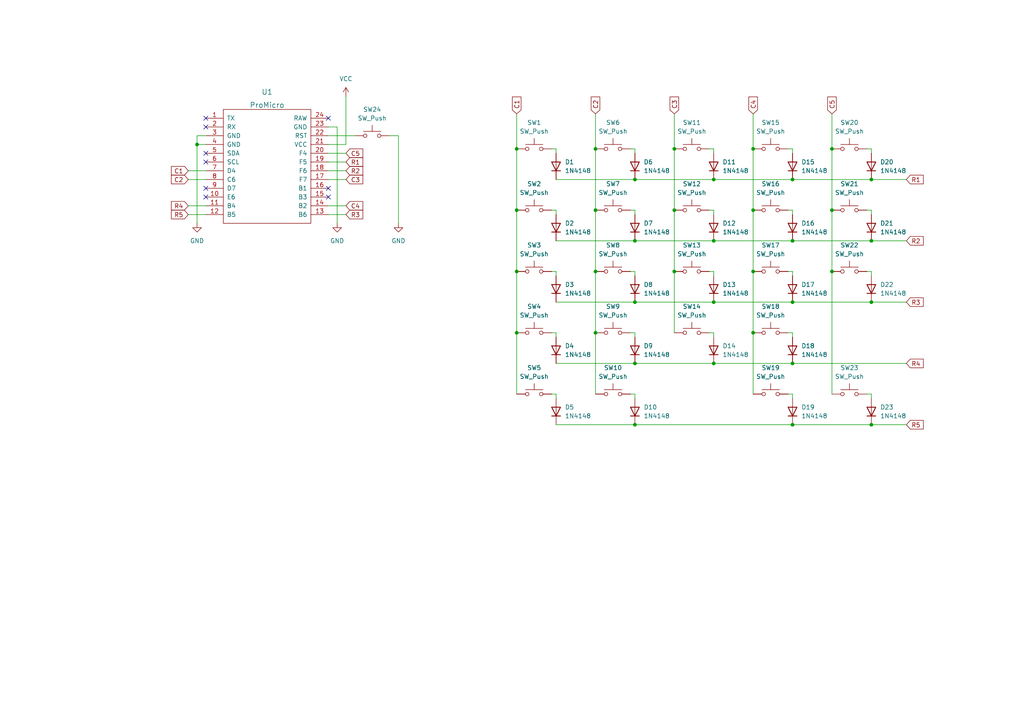
<source format=kicad_sch>
(kicad_sch (version 20211123) (generator eeschema)
  (paper "A4")
  (lib_symbols
    (symbol "Diode:1N4148" (pin_numbers hide) (pin_names (offset 1.016) hide)
      (property "Reference" "D" (at 0 2.54 0))
      (property "Value" "1N4148" (at 0 -2.54 0))
      (symbol "1N4148_0_1"
        (polyline (pts (xy -1.27 1.27) (xy -1.27 -1.27)) (stroke (width 0.254)))
        (polyline (pts (xy 1.27 0) (xy -1.27 0)))
        (polyline (pts (xy 1.27 1.27) (xy 1.27 -1.27) (xy -1.27 0) (xy 1.27 1.27)) (stroke (width 0.254)))
      )
      (symbol "1N4148_1_1"
        (pin passive line (at -3.81 0 0) (length 2.54) (name "K") (number "1"))
        (pin passive line (at 3.81 0 180) (length 2.54) (name "A") (number "2"))
      )
    )
    (symbol "Switch:SW_Push" (pin_numbers hide) (pin_names (offset 1.016) hide)
      (property "Reference" "SW" (at 1.27 2.54 0))
      (property "Value" "SW_Push" (at 0 -1.524 0))
      (symbol "SW_Push_0_1"
        (circle (center -2.032 0) (radius 0.508))
        (polyline (pts (xy 0 1.27) (xy 0 3.048)))
        (polyline (pts (xy 2.54 1.27) (xy -2.54 1.27)))
        (circle (center 2.032 0) (radius 0.508))
        (pin passive line (at -5.08 0 0) (length 2.54) (name "1") (number "1"))
        (pin passive line (at 5.08 0 180) (length 2.54) (name "2") (number "2"))
      )
    )
    (symbol "power:GND" (power) (pin_names (offset 0))
      (property "Value" "GND" (at 0 -3.81 0))
      (symbol "GND_0_1"
        (polyline (pts (xy 0 0) (xy 0 -1.27) (xy 1.27 -1.27) (xy 0 -2.54) (xy -1.27 -1.27) (xy 0 -1.27)))
      )
      (symbol "GND_1_1"
        (pin power_in line (at 0 0 270) (length 0) hide (name "GND") (number "1"))
      )
    )
    (symbol "power:VCC" (power) (pin_names (offset 0))
      (property "Value" "VCC" (at 0 3.81 0))
      (symbol "VCC_0_1"
        (polyline (pts (xy -0.762 1.27) (xy 0 2.54)))
        (polyline (pts (xy 0 0) (xy 0 2.54)))
        (polyline (pts (xy 0 2.54) (xy 0.762 1.27)))
      )
      (symbol "VCC_1_1"
        (pin power_in line (at 0 0 90) (length 0) hide (name "VCC") (number "1"))
      )
    )
    (symbol "promicro:ProMicro" (pin_names (offset 1.016))
      (property "Reference" "U" (at 0 24.13 0))
      (property "Value" "ProMicro" (at 0 -13.97 0))
      (symbol "ProMicro_0_1"
        (rectangle (start -12.7 21.59) (end 12.7 -11.43))
      )
      (symbol "ProMicro_1_1"
        (pin bidirectional line (at -17.78 19.05 0) (length 5.08) (name "TX") (number "1"))
        (pin bidirectional line (at -17.78 -3.81 0) (length 5.08) (name "E6") (number "10"))
        (pin bidirectional line (at -17.78 -6.35 0) (length 5.08) (name "B4") (number "11"))
        (pin bidirectional line (at -17.78 -8.89 0) (length 5.08) (name "B5") (number "12"))
        (pin bidirectional line (at 17.78 -8.89 180) (length 5.08) (name "B6") (number "13"))
        (pin bidirectional line (at 17.78 -6.35 180) (length 5.08) (name "B2") (number "14"))
        (pin bidirectional line (at 17.78 -3.81 180) (length 5.08) (name "B3") (number "15"))
        (pin bidirectional line (at 17.78 -1.27 180) (length 5.08) (name "B1") (number "16"))
        (pin bidirectional line (at 17.78 1.27 180) (length 5.08) (name "F7") (number "17"))
        (pin bidirectional line (at 17.78 3.81 180) (length 5.08) (name "F6") (number "18"))
        (pin bidirectional line (at 17.78 6.35 180) (length 5.08) (name "F5") (number "19"))
        (pin bidirectional line (at -17.78 16.51 0) (length 5.08) (name "RX") (number "2"))
        (pin bidirectional line (at 17.78 8.89 180) (length 5.08) (name "F4") (number "20"))
        (pin power_in line (at 17.78 11.43 180) (length 5.08) (name "VCC") (number "21"))
        (pin input line (at 17.78 13.97 180) (length 5.08) (name "RST") (number "22"))
        (pin power_in line (at 17.78 16.51 180) (length 5.08) (name "GND") (number "23"))
        (pin power_out line (at 17.78 19.05 180) (length 5.08) (name "RAW") (number "24"))
        (pin power_in line (at -17.78 13.97 0) (length 5.08) (name "GND") (number "3"))
        (pin power_in line (at -17.78 11.43 0) (length 5.08) (name "GND") (number "4"))
        (pin bidirectional line (at -17.78 8.89 0) (length 5.08) (name "SDA") (number "5"))
        (pin bidirectional line (at -17.78 6.35 0) (length 5.08) (name "SCL") (number "6"))
        (pin bidirectional line (at -17.78 3.81 0) (length 5.08) (name "D4") (number "7"))
        (pin bidirectional line (at -17.78 1.27 0) (length 5.08) (name "C6") (number "8"))
        (pin bidirectional line (at -17.78 -1.27 0) (length 5.08) (name "D7") (number "9"))
      )
    )
  )
  (junction (at 184.15 87.63))
  (junction (at 149.86 60.96))
  (junction (at 229.87 69.85))
  (junction (at 252.73 52.07))
  (junction (at 184.15 105.41))
  (junction (at 229.87 52.07))
  (junction (at 195.58 43.18))
  (junction (at 207.01 69.85))
  (junction (at 184.15 69.85))
  (junction (at 57.15 41.91))
  (junction (at 241.3 60.96))
  (junction (at 172.72 43.18))
  (junction (at 218.44 43.18))
  (junction (at 149.86 43.18))
  (junction (at 252.73 69.85))
  (junction (at 241.3 43.18))
  (junction (at 172.72 78.74))
  (junction (at 184.15 123.19))
  (junction (at 218.44 96.52))
  (junction (at 229.87 105.41))
  (junction (at 207.01 52.07))
  (junction (at 252.73 123.19))
  (junction (at 252.73 87.63))
  (junction (at 207.01 87.63))
  (junction (at 218.44 60.96))
  (junction (at 207.01 105.41))
  (junction (at 229.87 123.19))
  (junction (at 195.58 78.74))
  (junction (at 172.72 60.96))
  (junction (at 184.15 52.07))
  (junction (at 172.72 96.52))
  (junction (at 241.3 78.74))
  (junction (at 218.44 78.74))
  (junction (at 229.87 87.63))
  (junction (at 195.58 60.96))
  (junction (at 149.86 78.74))
  (junction (at 149.86 96.52))
  (no_connect (at 95.25 57.15))
  (no_connect (at 95.25 54.61))
  (no_connect (at 59.69 54.61))
  (no_connect (at 59.69 57.15))
  (no_connect (at 95.25 34.29))
  (no_connect (at 59.69 34.29))
  (no_connect (at 59.69 36.83))
  (no_connect (at 59.69 44.45))
  (no_connect (at 59.69 46.99))
  (wire (pts (xy 172.72 60.96) (xy 172.72 78.74)))
  (wire (pts (xy 95.25 59.69) (xy 100.33 59.69)))
  (wire (pts (xy 95.25 46.99) (xy 100.33 46.99)))
  (wire (pts (xy 195.58 33.02) (xy 195.58 43.18)))
  (wire (pts (xy 161.29 105.41) (xy 184.15 105.41)))
  (wire (pts (xy 182.88 96.52) (xy 184.15 96.52)))
  (wire (pts (xy 228.6 60.96) (xy 229.87 60.96)))
  (wire (pts (xy 218.44 60.96) (xy 218.44 78.74)))
  (wire (pts (xy 241.3 43.18) (xy 241.3 60.96)))
  (wire (pts (xy 161.29 123.19) (xy 184.15 123.19)))
  (wire (pts (xy 184.15 96.52) (xy 184.15 97.79)))
  (wire (pts (xy 252.73 114.3) (xy 252.73 115.57)))
  (wire (pts (xy 184.15 123.19) (xy 229.87 123.19)))
  (wire (pts (xy 229.87 69.85) (xy 252.73 69.85)))
  (wire (pts (xy 252.73 69.85) (xy 262.89 69.85)))
  (wire (pts (xy 182.88 43.18) (xy 184.15 43.18)))
  (wire (pts (xy 182.88 78.74) (xy 184.15 78.74)))
  (wire (pts (xy 207.01 69.85) (xy 229.87 69.85)))
  (wire (pts (xy 207.01 43.18) (xy 207.01 44.45)))
  (wire (pts (xy 205.74 43.18) (xy 207.01 43.18)))
  (wire (pts (xy 161.29 60.96) (xy 161.29 62.23)))
  (wire (pts (xy 251.46 114.3) (xy 252.73 114.3)))
  (wire (pts (xy 161.29 78.74) (xy 161.29 80.01)))
  (wire (pts (xy 251.46 43.18) (xy 252.73 43.18)))
  (wire (pts (xy 241.3 60.96) (xy 241.3 78.74)))
  (wire (pts (xy 149.86 43.18) (xy 149.86 60.96)))
  (wire (pts (xy 207.01 52.07) (xy 229.87 52.07)))
  (wire (pts (xy 172.72 78.74) (xy 172.72 96.52)))
  (wire (pts (xy 195.58 43.18) (xy 195.58 60.96)))
  (wire (pts (xy 241.3 78.74) (xy 241.3 114.3)))
  (wire (pts (xy 229.87 105.41) (xy 262.89 105.41)))
  (wire (pts (xy 229.87 78.74) (xy 229.87 80.01)))
  (wire (pts (xy 57.15 41.91) (xy 59.69 41.91)))
  (wire (pts (xy 195.58 60.96) (xy 195.58 78.74)))
  (wire (pts (xy 252.73 52.07) (xy 262.89 52.07)))
  (wire (pts (xy 251.46 60.96) (xy 252.73 60.96)))
  (wire (pts (xy 218.44 78.74) (xy 218.44 96.52)))
  (wire (pts (xy 54.61 49.53) (xy 59.69 49.53)))
  (wire (pts (xy 172.72 96.52) (xy 172.72 114.3)))
  (wire (pts (xy 228.6 43.18) (xy 229.87 43.18)))
  (wire (pts (xy 59.69 39.37) (xy 57.15 39.37)))
  (wire (pts (xy 54.61 52.07) (xy 59.69 52.07)))
  (wire (pts (xy 184.15 60.96) (xy 184.15 62.23)))
  (wire (pts (xy 252.73 43.18) (xy 252.73 44.45)))
  (wire (pts (xy 184.15 43.18) (xy 184.15 44.45)))
  (wire (pts (xy 251.46 78.74) (xy 252.73 78.74)))
  (wire (pts (xy 218.44 96.52) (xy 218.44 114.3)))
  (wire (pts (xy 228.6 114.3) (xy 229.87 114.3)))
  (wire (pts (xy 205.74 96.52) (xy 207.01 96.52)))
  (wire (pts (xy 184.15 87.63) (xy 207.01 87.63)))
  (wire (pts (xy 149.86 60.96) (xy 149.86 78.74)))
  (wire (pts (xy 95.25 44.45) (xy 100.33 44.45)))
  (wire (pts (xy 161.29 114.3) (xy 161.29 115.57)))
  (wire (pts (xy 229.87 114.3) (xy 229.87 115.57)))
  (wire (pts (xy 184.15 105.41) (xy 207.01 105.41)))
  (wire (pts (xy 95.25 36.83) (xy 97.79 36.83)))
  (wire (pts (xy 229.87 43.18) (xy 229.87 44.45)))
  (wire (pts (xy 229.87 60.96) (xy 229.87 62.23)))
  (wire (pts (xy 182.88 114.3) (xy 184.15 114.3)))
  (wire (pts (xy 252.73 60.96) (xy 252.73 62.23)))
  (wire (pts (xy 195.58 78.74) (xy 195.58 96.52)))
  (wire (pts (xy 161.29 69.85) (xy 184.15 69.85)))
  (wire (pts (xy 97.79 36.83) (xy 97.79 64.77)))
  (wire (pts (xy 207.01 96.52) (xy 207.01 97.79)))
  (wire (pts (xy 160.02 60.96) (xy 161.29 60.96)))
  (wire (pts (xy 228.6 78.74) (xy 229.87 78.74)))
  (wire (pts (xy 115.57 64.77) (xy 115.57 39.37)))
  (wire (pts (xy 54.61 62.23) (xy 59.69 62.23)))
  (wire (pts (xy 95.25 41.91) (xy 100.33 41.91)))
  (wire (pts (xy 184.15 52.07) (xy 207.01 52.07)))
  (wire (pts (xy 172.72 43.18) (xy 172.72 60.96)))
  (wire (pts (xy 252.73 78.74) (xy 252.73 80.01)))
  (wire (pts (xy 184.15 114.3) (xy 184.15 115.57)))
  (wire (pts (xy 182.88 60.96) (xy 184.15 60.96)))
  (wire (pts (xy 172.72 33.02) (xy 172.72 43.18)))
  (wire (pts (xy 57.15 39.37) (xy 57.15 41.91)))
  (wire (pts (xy 252.73 87.63) (xy 262.89 87.63)))
  (wire (pts (xy 160.02 78.74) (xy 161.29 78.74)))
  (wire (pts (xy 207.01 60.96) (xy 207.01 62.23)))
  (wire (pts (xy 205.74 60.96) (xy 207.01 60.96)))
  (wire (pts (xy 241.3 33.02) (xy 241.3 43.18)))
  (wire (pts (xy 161.29 43.18) (xy 161.29 44.45)))
  (wire (pts (xy 205.74 78.74) (xy 207.01 78.74)))
  (wire (pts (xy 184.15 78.74) (xy 184.15 80.01)))
  (wire (pts (xy 207.01 105.41) (xy 229.87 105.41)))
  (wire (pts (xy 95.25 39.37) (xy 102.87 39.37)))
  (wire (pts (xy 218.44 43.18) (xy 218.44 60.96)))
  (wire (pts (xy 161.29 96.52) (xy 161.29 97.79)))
  (wire (pts (xy 161.29 87.63) (xy 184.15 87.63)))
  (wire (pts (xy 100.33 27.94) (xy 100.33 41.91)))
  (wire (pts (xy 149.86 33.02) (xy 149.86 43.18)))
  (wire (pts (xy 184.15 69.85) (xy 207.01 69.85)))
  (wire (pts (xy 57.15 41.91) (xy 57.15 64.77)))
  (wire (pts (xy 149.86 78.74) (xy 149.86 96.52)))
  (wire (pts (xy 95.25 49.53) (xy 100.33 49.53)))
  (wire (pts (xy 95.25 62.23) (xy 100.33 62.23)))
  (wire (pts (xy 218.44 33.02) (xy 218.44 43.18)))
  (wire (pts (xy 95.25 52.07) (xy 100.33 52.07)))
  (wire (pts (xy 160.02 43.18) (xy 161.29 43.18)))
  (wire (pts (xy 149.86 96.52) (xy 149.86 114.3)))
  (wire (pts (xy 229.87 52.07) (xy 252.73 52.07)))
  (wire (pts (xy 161.29 52.07) (xy 184.15 52.07)))
  (wire (pts (xy 113.03 39.37) (xy 115.57 39.37)))
  (wire (pts (xy 160.02 114.3) (xy 161.29 114.3)))
  (wire (pts (xy 229.87 123.19) (xy 252.73 123.19)))
  (wire (pts (xy 229.87 87.63) (xy 252.73 87.63)))
  (wire (pts (xy 160.02 96.52) (xy 161.29 96.52)))
  (wire (pts (xy 228.6 96.52) (xy 229.87 96.52)))
  (wire (pts (xy 207.01 78.74) (xy 207.01 80.01)))
  (wire (pts (xy 229.87 96.52) (xy 229.87 97.79)))
  (wire (pts (xy 207.01 87.63) (xy 229.87 87.63)))
  (wire (pts (xy 54.61 59.69) (xy 59.69 59.69)))
  (wire (pts (xy 252.73 123.19) (xy 262.89 123.19)))
  (global_label "R4" (shape input) (at 54.61 59.69 180) (property "シート間のリファレンス" "${INTERSHEET_REFS}" (effects hide)))
  (global_label "R2" (shape input) (at 100.33 49.53 0) (property "シート間のリファレンス" "${INTERSHEET_REFS}" (effects hide)))
  (global_label "C4" (shape input) (at 218.44 33.02 90) (property "Intersheet References" "${INTERSHEET_REFS}" (effects hide)))
  (global_label "C3" (shape input) (at 100.33 52.07 0) (property "シート間のリファレンス" "${INTERSHEET_REFS}" (effects hide)))
  (global_label "R4" (shape input) (at 262.89 105.41 0) (property "Intersheet References" "${INTERSHEET_REFS}" (effects hide)))
  (global_label "C4" (shape input) (at 100.33 59.69 0) (property "シート間のリファレンス" "${INTERSHEET_REFS}" (effects hide)))
  (global_label "C1" (shape input) (at 149.86 33.02 90) (property "Intersheet References" "${INTERSHEET_REFS}" (effects hide)))
  (global_label "C1" (shape input) (at 54.61 49.53 180) (property "シート間のリファレンス" "${INTERSHEET_REFS}" (effects hide)))
  (global_label "R3" (shape input) (at 100.33 62.23 0) (property "シート間のリファレンス" "${INTERSHEET_REFS}" (effects hide)))
  (global_label "R3" (shape input) (at 262.89 87.63 0) (property "Intersheet References" "${INTERSHEET_REFS}" (effects hide)))
  (global_label "C2" (shape input) (at 172.72 33.02 90) (property "Intersheet References" "${INTERSHEET_REFS}" (effects hide)))
  (global_label "C5" (shape input) (at 241.3 33.02 90) (property "Intersheet References" "${INTERSHEET_REFS}" (effects hide)))
  (global_label "C3" (shape input) (at 195.58 33.02 90) (property "Intersheet References" "${INTERSHEET_REFS}" (effects hide)))
  (global_label "R5" (shape input) (at 54.61 62.23 180) (property "シート間のリファレンス" "${INTERSHEET_REFS}" (effects hide)))
  (global_label "R1" (shape input) (at 100.33 46.99 0) (property "シート間のリファレンス" "${INTERSHEET_REFS}" (effects hide)))
  (global_label "R2" (shape input) (at 262.89 69.85 0) (property "Intersheet References" "${INTERSHEET_REFS}" (effects hide)))
  (global_label "R5" (shape input) (at 262.89 123.19 0) (property "Intersheet References" "${INTERSHEET_REFS}" (effects hide)))
  (global_label "R1" (shape input) (at 262.89 52.07 0) (property "Intersheet References" "${INTERSHEET_REFS}" (effects hide)))
  (global_label "C2" (shape input) (at 54.61 52.07 180) (property "シート間のリファレンス" "${INTERSHEET_REFS}" (effects hide)))
  (global_label "C5" (shape input) (at 100.33 44.45 0) (property "シート間のリファレンス" "${INTERSHEET_REFS}" (effects hide)))
  (symbol (lib_id "Diode:1N4148") (at 184.15 83.82 90) (unit 1)
    (property "Reference" "D8" (at 186.69 82.5499 90) (effects (justify right)))
    (property "Value" "1N4148" (at 186.69 85.0899 90) (effects (justify right)))
    (property "Footprint" "Diode_THT:D_DO-35_SOD27_P7.62mm_Horizontal" (effects hide))
    (property "Datasheet" "https://assets.nexperia.com/documents/data-sheet/1N4148_1N4448.pdf" (effects hide))
  )
  (symbol (lib_id "Switch:SW_Push") (at 200.66 60.96 0) (unit 1)
    (property "Reference" "SW12" (at 200.66 53.34 0))
    (property "Value" "SW_Push" (at 200.66 55.88 0))
    (property "Footprint" "Button_Switch_Keyboard:SW_Cherry_MX_1.00u_PCB" (effects hide))
  )
  (symbol (lib_id "Switch:SW_Push") (at 154.94 43.18 0) (unit 1)
    (property "Reference" "SW1" (at 154.94 35.56 0))
    (property "Value" "SW_Push" (at 154.94 38.1 0))
    (property "Footprint" "Button_Switch_Keyboard:SW_Cherry_MX_1.00u_PCB" (effects hide))
  )
  (symbol (lib_id "Diode:1N4148") (at 184.15 66.04 90) (unit 1)
    (property "Reference" "D7" (at 186.69 64.7699 90) (effects (justify right)))
    (property "Value" "1N4148" (at 186.69 67.3099 90) (effects (justify right)))
    (property "Footprint" "Diode_THT:D_DO-35_SOD27_P7.62mm_Horizontal" (effects hide))
    (property "Datasheet" "https://assets.nexperia.com/documents/data-sheet/1N4148_1N4448.pdf" (effects hide))
  )
  (symbol (lib_id "Switch:SW_Push") (at 200.66 96.52 0) (unit 1)
    (property "Reference" "SW14" (at 200.66 88.9 0))
    (property "Value" "SW_Push" (at 200.66 91.44 0))
    (property "Footprint" "Button_Switch_Keyboard:SW_Cherry_MX_1.00u_PCB" (effects hide))
  )
  (symbol (lib_id "Diode:1N4148") (at 161.29 119.38 90) (unit 1)
    (property "Reference" "D5" (at 163.83 118.1099 90) (effects (justify right)))
    (property "Value" "1N4148" (at 163.83 120.6499 90) (effects (justify right)))
    (property "Footprint" "Diode_THT:D_DO-35_SOD27_P7.62mm_Horizontal" (effects hide))
    (property "Datasheet" "https://assets.nexperia.com/documents/data-sheet/1N4148_1N4448.pdf" (effects hide))
  )
  (symbol (lib_id "Diode:1N4148") (at 184.15 101.6 90) (unit 1)
    (property "Reference" "D9" (at 186.69 100.3299 90) (effects (justify right)))
    (property "Value" "1N4148" (at 186.69 102.8699 90) (effects (justify right)))
    (property "Footprint" "Diode_THT:D_DO-35_SOD27_P7.62mm_Horizontal" (effects hide))
    (property "Datasheet" "https://assets.nexperia.com/documents/data-sheet/1N4148_1N4448.pdf" (effects hide))
  )
  (symbol (lib_id "Diode:1N4148") (at 252.73 48.26 90) (unit 1)
    (property "Reference" "D20" (at 255.27 46.9899 90) (effects (justify right)))
    (property "Value" "1N4148" (at 255.27 49.5299 90) (effects (justify right)))
    (property "Footprint" "Diode_THT:D_DO-35_SOD27_P7.62mm_Horizontal" (effects hide))
    (property "Datasheet" "https://assets.nexperia.com/documents/data-sheet/1N4148_1N4448.pdf" (effects hide))
  )
  (symbol (lib_id "Diode:1N4148") (at 207.01 48.26 90) (unit 1)
    (property "Reference" "D11" (at 209.55 46.9899 90) (effects (justify right)))
    (property "Value" "1N4148" (at 209.55 49.5299 90) (effects (justify right)))
    (property "Footprint" "Diode_THT:D_DO-35_SOD27_P7.62mm_Horizontal" (effects hide))
    (property "Datasheet" "https://assets.nexperia.com/documents/data-sheet/1N4148_1N4448.pdf" (effects hide))
  )
  (symbol (lib_id "power:GND") (at 115.57 64.77 0) (unit 1)
    (property "Reference" "#PWR04" (effects hide))
    (property "Value" "GND" (at 115.57 69.85 0))
  )
  (symbol (lib_id "Diode:1N4148") (at 161.29 66.04 90) (unit 1)
    (property "Reference" "D2" (at 163.83 64.7699 90) (effects (justify right)))
    (property "Value" "1N4148" (at 163.83 67.3099 90) (effects (justify right)))
    (property "Footprint" "Diode_THT:D_DO-35_SOD27_P7.62mm_Horizontal" (effects hide))
    (property "Datasheet" "https://assets.nexperia.com/documents/data-sheet/1N4148_1N4448.pdf" (effects hide))
  )
  (symbol (lib_id "Switch:SW_Push") (at 177.8 78.74 0) (unit 1)
    (property "Reference" "SW8" (at 177.8 71.12 0))
    (property "Value" "SW_Push" (at 177.8 73.66 0))
    (property "Footprint" "Button_Switch_Keyboard:SW_Cherry_MX_1.00u_PCB" (effects hide))
  )
  (symbol (lib_id "Switch:SW_Push") (at 246.38 43.18 0) (unit 1)
    (property "Reference" "SW20" (at 246.38 35.56 0))
    (property "Value" "SW_Push" (at 246.38 38.1 0))
    (property "Footprint" "Button_Switch_Keyboard:SW_Cherry_MX_1.00u_PCB" (effects hide))
  )
  (symbol (lib_id "Switch:SW_Push") (at 154.94 60.96 0) (unit 1)
    (property "Reference" "SW2" (at 154.94 53.34 0))
    (property "Value" "SW_Push" (at 154.94 55.88 0))
    (property "Footprint" "Button_Switch_Keyboard:SW_Cherry_MX_1.00u_PCB" (effects hide))
  )
  (symbol (lib_id "Diode:1N4148") (at 161.29 48.26 90) (unit 1)
    (property "Reference" "D1" (at 163.83 46.9899 90) (effects (justify right)))
    (property "Value" "1N4148" (at 163.83 49.5299 90) (effects (justify right)))
    (property "Footprint" "Diode_THT:D_DO-35_SOD27_P7.62mm_Horizontal" (effects hide))
    (property "Datasheet" "https://assets.nexperia.com/documents/data-sheet/1N4148_1N4448.pdf" (effects hide))
  )
  (symbol (lib_id "Switch:SW_Push") (at 200.66 43.18 0) (unit 1)
    (property "Reference" "SW11" (at 200.66 35.56 0))
    (property "Value" "SW_Push" (at 200.66 38.1 0))
    (property "Footprint" "Button_Switch_Keyboard:SW_Cherry_MX_1.00u_PCB" (effects hide))
  )
  (symbol (lib_id "Switch:SW_Push") (at 107.95 39.37 0) (unit 1)
    (property "Reference" "SW24" (at 107.95 31.75 0))
    (property "Value" "SW_Push" (at 107.95 34.29 0))
    (property "Footprint" "mylibrary:single_tact_sw" (effects hide))
  )
  (symbol (lib_id "Switch:SW_Push") (at 223.52 60.96 0) (unit 1)
    (property "Reference" "SW16" (at 223.52 53.34 0))
    (property "Value" "SW_Push" (at 223.52 55.88 0))
    (property "Footprint" "Button_Switch_Keyboard:SW_Cherry_MX_1.00u_PCB" (effects hide))
  )
  (symbol (lib_id "Switch:SW_Push") (at 246.38 114.3 0) (unit 1)
    (property "Reference" "SW23" (at 246.38 106.68 0))
    (property "Value" "SW_Push" (at 246.38 109.22 0))
    (property "Footprint" "Button_Switch_Keyboard:SW_Cherry_MX_2.00u_Vertical_PCB" (effects hide))
  )
  (symbol (lib_id "Diode:1N4148") (at 229.87 101.6 90) (unit 1)
    (property "Reference" "D18" (at 232.41 100.3299 90) (effects (justify right)))
    (property "Value" "1N4148" (at 232.41 102.8699 90) (effects (justify right)))
    (property "Footprint" "Diode_THT:D_DO-35_SOD27_P7.62mm_Horizontal" (effects hide))
    (property "Datasheet" "https://assets.nexperia.com/documents/data-sheet/1N4148_1N4448.pdf" (effects hide))
  )
  (symbol (lib_id "Switch:SW_Push") (at 223.52 43.18 0) (unit 1)
    (property "Reference" "SW15" (at 223.52 35.56 0))
    (property "Value" "SW_Push" (at 223.52 38.1 0))
    (property "Footprint" "Button_Switch_Keyboard:SW_Cherry_MX_1.00u_PCB" (effects hide))
  )
  (symbol (lib_id "Diode:1N4148") (at 229.87 48.26 90) (unit 1)
    (property "Reference" "D15" (at 232.41 46.9899 90) (effects (justify right)))
    (property "Value" "1N4148" (at 232.41 49.5299 90) (effects (justify right)))
    (property "Footprint" "Diode_THT:D_DO-35_SOD27_P7.62mm_Horizontal" (effects hide))
    (property "Datasheet" "https://assets.nexperia.com/documents/data-sheet/1N4148_1N4448.pdf" (effects hide))
  )
  (symbol (lib_id "Switch:SW_Push") (at 177.8 60.96 0) (unit 1)
    (property "Reference" "SW7" (at 177.8 53.34 0))
    (property "Value" "SW_Push" (at 177.8 55.88 0))
    (property "Footprint" "Button_Switch_Keyboard:SW_Cherry_MX_1.00u_PCB" (effects hide))
  )
  (symbol (lib_id "Diode:1N4148") (at 207.01 83.82 90) (unit 1)
    (property "Reference" "D13" (at 209.55 82.5499 90) (effects (justify right)))
    (property "Value" "1N4148" (at 209.55 85.0899 90) (effects (justify right)))
    (property "Footprint" "Diode_THT:D_DO-35_SOD27_P7.62mm_Horizontal" (effects hide))
    (property "Datasheet" "https://assets.nexperia.com/documents/data-sheet/1N4148_1N4448.pdf" (effects hide))
  )
  (symbol (lib_id "Switch:SW_Push") (at 154.94 78.74 0) (unit 1)
    (property "Reference" "SW3" (at 154.94 71.12 0))
    (property "Value" "SW_Push" (at 154.94 73.66 0))
    (property "Footprint" "Button_Switch_Keyboard:SW_Cherry_MX_1.00u_PCB" (effects hide))
  )
  (symbol (lib_id "Diode:1N4148") (at 229.87 66.04 90) (unit 1)
    (property "Reference" "D16" (at 232.41 64.7699 90) (effects (justify right)))
    (property "Value" "1N4148" (at 232.41 67.3099 90) (effects (justify right)))
    (property "Footprint" "Diode_THT:D_DO-35_SOD27_P7.62mm_Horizontal" (effects hide))
    (property "Datasheet" "https://assets.nexperia.com/documents/data-sheet/1N4148_1N4448.pdf" (effects hide))
  )
  (symbol (lib_id "Diode:1N4148") (at 207.01 101.6 90) (unit 1)
    (property "Reference" "D14" (at 209.55 100.3299 90) (effects (justify right)))
    (property "Value" "1N4148" (at 209.55 102.8699 90) (effects (justify right)))
    (property "Footprint" "Diode_THT:D_DO-35_SOD27_P7.62mm_Horizontal" (effects hide))
    (property "Datasheet" "https://assets.nexperia.com/documents/data-sheet/1N4148_1N4448.pdf" (effects hide))
  )
  (symbol (lib_id "Switch:SW_Push") (at 246.38 78.74 0) (unit 1)
    (property "Reference" "SW22" (at 246.38 71.12 0))
    (property "Value" "SW_Push" (at 246.38 73.66 0))
    (property "Footprint" "Button_Switch_Keyboard:SW_Cherry_MX_1.00u_PCB" (effects hide))
  )
  (symbol (lib_id "Diode:1N4148") (at 207.01 66.04 90) (unit 1)
    (property "Reference" "D12" (at 209.55 64.7699 90) (effects (justify right)))
    (property "Value" "1N4148" (at 209.55 67.3099 90) (effects (justify right)))
    (property "Footprint" "Diode_THT:D_DO-35_SOD27_P7.62mm_Horizontal" (effects hide))
    (property "Datasheet" "https://assets.nexperia.com/documents/data-sheet/1N4148_1N4448.pdf" (effects hide))
  )
  (symbol (lib_id "Diode:1N4148") (at 161.29 83.82 90) (unit 1)
    (property "Reference" "D3" (at 163.83 82.5499 90) (effects (justify right)))
    (property "Value" "1N4148" (at 163.83 85.0899 90) (effects (justify right)))
    (property "Footprint" "Diode_THT:D_DO-35_SOD27_P7.62mm_Horizontal" (effects hide))
    (property "Datasheet" "https://assets.nexperia.com/documents/data-sheet/1N4148_1N4448.pdf" (effects hide))
  )
  (symbol (lib_id "power:GND") (at 97.79 64.77 0) (unit 1)
    (property "Reference" "#PWR02" (effects hide))
    (property "Value" "GND" (at 97.79 69.85 0))
  )
  (symbol (lib_id "Diode:1N4148") (at 252.73 83.82 90) (unit 1)
    (property "Reference" "D22" (at 255.27 82.5499 90) (effects (justify right)))
    (property "Value" "1N4148" (at 255.27 85.0899 90) (effects (justify right)))
    (property "Footprint" "Diode_THT:D_DO-35_SOD27_P7.62mm_Horizontal" (effects hide))
    (property "Datasheet" "https://assets.nexperia.com/documents/data-sheet/1N4148_1N4448.pdf" (effects hide))
  )
  (symbol (lib_id "Switch:SW_Push") (at 177.8 96.52 0) (unit 1)
    (property "Reference" "SW9" (at 177.8 88.9 0))
    (property "Value" "SW_Push" (at 177.8 91.44 0))
    (property "Footprint" "Button_Switch_Keyboard:SW_Cherry_MX_1.00u_PCB" (effects hide))
  )
  (symbol (lib_id "Switch:SW_Push") (at 177.8 43.18 0) (unit 1)
    (property "Reference" "SW6" (at 177.8 35.56 0))
    (property "Value" "SW_Push" (at 177.8 38.1 0))
    (property "Footprint" "Button_Switch_Keyboard:SW_Cherry_MX_1.00u_PCB" (effects hide))
  )
  (symbol (lib_id "Switch:SW_Push") (at 154.94 96.52 0) (unit 1)
    (property "Reference" "SW4" (at 154.94 88.9 0))
    (property "Value" "SW_Push" (at 154.94 91.44 0))
    (property "Footprint" "Button_Switch_Keyboard:SW_Cherry_MX_1.00u_PCB" (effects hide))
  )
  (symbol (lib_id "Diode:1N4148") (at 252.73 66.04 90) (unit 1)
    (property "Reference" "D21" (at 255.27 64.7699 90) (effects (justify right)))
    (property "Value" "1N4148" (at 255.27 67.3099 90) (effects (justify right)))
    (property "Footprint" "Diode_THT:D_DO-35_SOD27_P7.62mm_Horizontal" (effects hide))
    (property "Datasheet" "https://assets.nexperia.com/documents/data-sheet/1N4148_1N4448.pdf" (effects hide))
  )
  (symbol (lib_id "promicro:ProMicro") (at 77.47 53.34 0) (unit 1)
    (property "Reference" "U1" (at 77.47 26.67 0) (effects (font (size 1.524 1.524))))
    (property "Value" "ProMicro" (at 77.47 30.48 0) (effects (font (size 1.524 1.524))))
    (property "Footprint" "Module:ProMicro" (effects hide))
  )
  (symbol (lib_id "Diode:1N4148") (at 229.87 83.82 90) (unit 1)
    (property "Reference" "D17" (at 232.41 82.5499 90) (effects (justify right)))
    (property "Value" "1N4148" (at 232.41 85.0899 90) (effects (justify right)))
    (property "Footprint" "Diode_THT:D_DO-35_SOD27_P7.62mm_Horizontal" (effects hide))
    (property "Datasheet" "https://assets.nexperia.com/documents/data-sheet/1N4148_1N4448.pdf" (effects hide))
  )
  (symbol (lib_id "Switch:SW_Push") (at 223.52 114.3 0) (unit 1)
    (property "Reference" "SW19" (at 223.52 106.68 0))
    (property "Value" "SW_Push" (at 223.52 109.22 0))
    (property "Footprint" "Button_Switch_Keyboard:SW_Cherry_MX_1.00u_PCB" (effects hide))
  )
  (symbol (lib_id "Diode:1N4148") (at 161.29 101.6 90) (unit 1)
    (property "Reference" "D4" (at 163.83 100.3299 90) (effects (justify right)))
    (property "Value" "1N4148" (at 163.83 102.8699 90) (effects (justify right)))
    (property "Footprint" "Diode_THT:D_DO-35_SOD27_P7.62mm_Horizontal" (effects hide))
    (property "Datasheet" "https://assets.nexperia.com/documents/data-sheet/1N4148_1N4448.pdf" (effects hide))
  )
  (symbol (lib_id "Switch:SW_Push") (at 154.94 114.3 0) (unit 1)
    (property "Reference" "SW5" (at 154.94 106.68 0))
    (property "Value" "SW_Push" (at 154.94 109.22 0))
    (property "Footprint" "Button_Switch_Keyboard:SW_Cherry_MX_1.00u_PCB" (effects hide))
  )
  (symbol (lib_id "Diode:1N4148") (at 184.15 119.38 90) (unit 1)
    (property "Reference" "D10" (at 186.69 118.1099 90) (effects (justify right)))
    (property "Value" "1N4148" (at 186.69 120.6499 90) (effects (justify right)))
    (property "Footprint" "Diode_THT:D_DO-35_SOD27_P7.62mm_Horizontal" (effects hide))
    (property "Datasheet" "https://assets.nexperia.com/documents/data-sheet/1N4148_1N4448.pdf" (effects hide))
  )
  (symbol (lib_id "Diode:1N4148") (at 229.87 119.38 90) (unit 1)
    (property "Reference" "D19" (at 232.41 118.1099 90) (effects (justify right)))
    (property "Value" "1N4148" (at 232.41 120.6499 90) (effects (justify right)))
    (property "Footprint" "Diode_THT:D_DO-35_SOD27_P7.62mm_Horizontal" (effects hide))
    (property "Datasheet" "https://assets.nexperia.com/documents/data-sheet/1N4148_1N4448.pdf" (effects hide))
  )
  (symbol (lib_id "power:GND") (at 57.15 64.77 0) (unit 1)
    (property "Reference" "#PWR01" (effects hide))
    (property "Value" "GND" (at 57.15 69.85 0))
  )
  (symbol (lib_id "Switch:SW_Push") (at 246.38 60.96 0) (unit 1)
    (property "Reference" "SW21" (at 246.38 53.34 0))
    (property "Value" "SW_Push" (at 246.38 55.88 0))
    (property "Footprint" "Button_Switch_Keyboard:SW_Cherry_MX_1.00u_PCB" (effects hide))
  )
  (symbol (lib_id "Diode:1N4148") (at 252.73 119.38 90) (unit 1)
    (property "Reference" "D23" (at 255.27 118.1099 90) (effects (justify right)))
    (property "Value" "1N4148" (at 255.27 120.6499 90) (effects (justify right)))
    (property "Footprint" "Diode_THT:D_DO-35_SOD27_P7.62mm_Horizontal" (effects hide))
    (property "Datasheet" "https://assets.nexperia.com/documents/data-sheet/1N4148_1N4448.pdf" (effects hide))
  )
  (symbol (lib_id "Switch:SW_Push") (at 223.52 78.74 0) (unit 1)
    (property "Reference" "SW17" (at 223.52 71.12 0))
    (property "Value" "SW_Push" (at 223.52 73.66 0))
    (property "Footprint" "Button_Switch_Keyboard:SW_Cherry_MX_1.00u_PCB" (effects hide))
  )
  (symbol (lib_id "power:VCC") (at 100.33 27.94 0) (unit 1)
    (property "Reference" "#PWR03" (effects hide))
    (property "Value" "VCC" (at 100.33 22.86 0))
  )
  (symbol (lib_id "Switch:SW_Push") (at 200.66 78.74 0) (unit 1)
    (property "Reference" "SW13" (at 200.66 71.12 0))
    (property "Value" "SW_Push" (at 200.66 73.66 0))
    (property "Footprint" "Button_Switch_Keyboard:SW_Cherry_MX_1.00u_PCB" (effects hide))
  )
  (symbol (lib_id "Switch:SW_Push") (at 177.8 114.3 0) (unit 1)
    (property "Reference" "SW10" (at 177.8 106.68 0))
    (property "Value" "SW_Push" (at 177.8 109.22 0))
    (property "Footprint" "Button_Switch_Keyboard:SW_Cherry_MX_2.00u_PCB" (effects hide))
  )
  (symbol (lib_id "Diode:1N4148") (at 184.15 48.26 90) (unit 1)
    (property "Reference" "D6" (at 186.69 46.9899 90) (effects (justify right)))
    (property "Value" "1N4148" (at 186.69 49.5299 90) (effects (justify right)))
    (property "Footprint" "Diode_THT:D_DO-35_SOD27_P7.62mm_Horizontal" (effects hide))
    (property "Datasheet" "https://assets.nexperia.com/documents/data-sheet/1N4148_1N4448.pdf" (effects hide))
  )
  (symbol (lib_id "Switch:SW_Push") (at 223.52 96.52 0) (unit 1)
    (property "Reference" "SW18" (at 223.52 88.9 0))
    (property "Value" "SW_Push" (at 223.52 91.44 0))
    (property "Footprint" "Button_Switch_Keyboard:SW_Cherry_MX_1.00u_PCB" (effects hide))
  )
)
</source>
